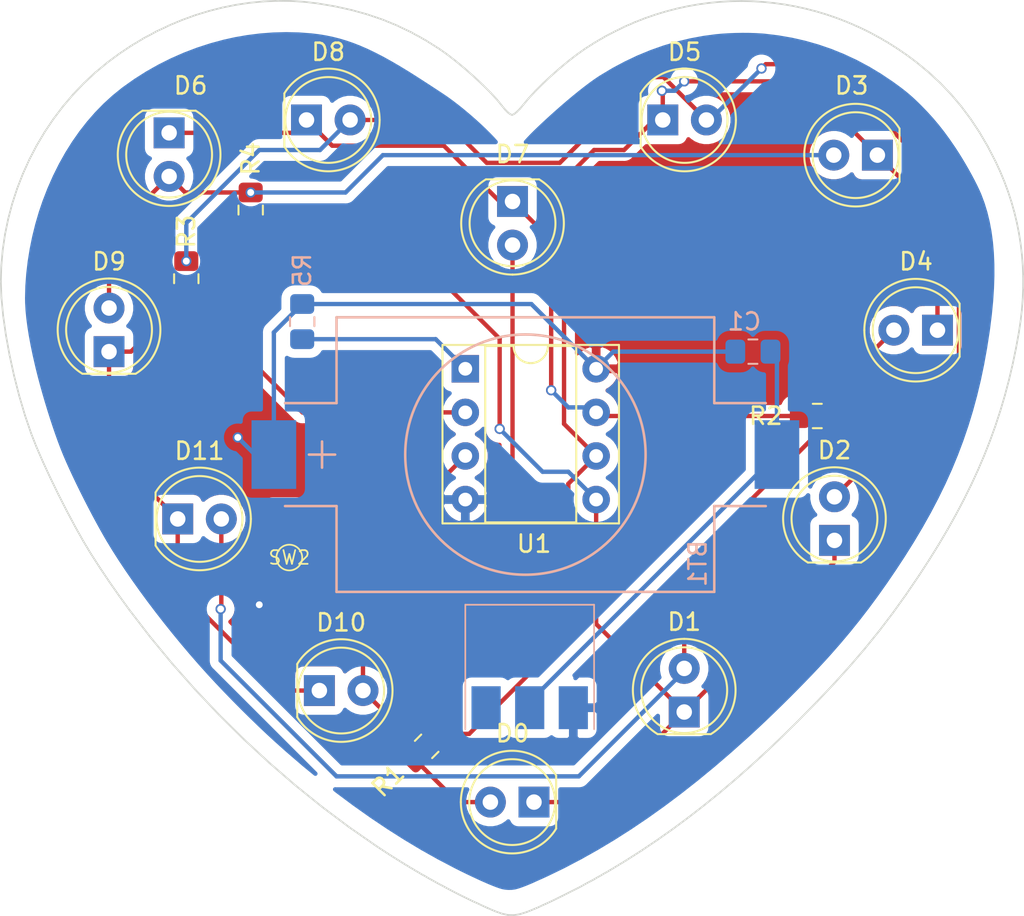
<source format=kicad_pcb>
(kicad_pcb (version 20211014) (generator pcbnew)
  (layers (0 "F.Cu" signal) (31 "B.Cu" signal) (34 "B.Paste" user) (35 "F.Paste" user) (36 "B.SilkS" user "B.Silkscreen") (37 "F.SilkS" user "F.Silkscreen") (38 "B.Mask" user) (39 "F.Mask" user) (44 "Edge.Cuts" user))
  (net 0 "")
  (net 1 "+3V0")
  (net 2 "Net-(BT1-Pad2)")
  (net 3 "Net-(D0-Pad2)")
  (net 4 "/PB0")
  (net 5 "Net-(D1-Pad2)")
  (net 6 "Net-(D2-Pad2)")
  (net 7 "/PB1")
  (net 8 "Net-(D3-Pad2)")
  (net 9 "/PB2")
  (net 10 "/PB3")
  (net 11 "Net-(R5-Pad1)")
  (net 12 "GND")
  (net 13 "Net-(SW2-Pad1)")
  (footprint "LED_THT:LED_D5.0mm" (layer "F.Cu") (at 152.25 120 180)
    (fp_text reference "D0")
    (fp_text value "LED")
  )
  (footprint "LED_THT:LED_D5.0mm" (layer "F.Cu") (at 161 114.75 90)
    (fp_text reference "D1")
    (fp_text value "LED")
  )
  (footprint "LED_THT:LED_D5.0mm" (layer "F.Cu") (at 169.75 104.75 90)
    (fp_text reference "D2")
    (fp_text value "LED")
  )
  (footprint "LED_THT:LED_D5.0mm" (layer "F.Cu") (at 172.25 82.3 180)
    (fp_text reference "D3")
    (fp_text value "LED")
  )
  (footprint "LED_THT:LED_D5.0mm" (layer "F.Cu") (at 175.75 92.5 180)
    (fp_text reference "D4")
    (fp_text value "LED")
  )
  (footprint "LED_THT:LED_D5.0mm" (layer "F.Cu") (at 131 81 -90)
    (fp_text reference "D6")
    (fp_text value "LED")
  )
  (footprint "LED_THT:LED_D5.0mm" (layer "F.Cu") (at 151 85 -90)
    (fp_text reference "D7")
    (fp_text value "LED")
  )
  (footprint "LED_THT:LED_D5.0mm" (layer "F.Cu") (at 127.5 93.75 90)
    (fp_text reference "D9")
    (fp_text value "LED")
  )
  (footprint "LED_THT:LED_D5.0mm" (layer "F.Cu") (at 139.75 113.5)
    (fp_text reference "D10")
    (fp_text value "LED")
  )
  (footprint "LED_THT:LED_D5.0mm" (layer "F.Cu") (at 131.5 103.5)
    (fp_text reference "D11")
    (fp_text value "LED")
  )
  (footprint "Resistor_SMD:R_0805_2012Metric_Pad1.15x1.40mm_HandSolder" (layer "F.Cu") (at 146 116.75 45)
    (fp_text reference "R1")
    (fp_text value "100R")
  )
  (footprint "Resistor_SMD:R_0805_2012Metric_Pad1.15x1.40mm_HandSolder" (layer "F.Cu") (at 168.75 97.5 180)
    (fp_text reference "R2")
    (fp_text value "100R")
  )
  (footprint "Resistor_SMD:R_0805_2012Metric_Pad1.15x1.40mm_HandSolder" (layer "F.Cu") (at 132 89.5 -90)
    (fp_text reference "R3")
    (fp_text value "100R")
  )
  (footprint "Resistor_SMD:R_0805_2012Metric_Pad1.15x1.40mm_HandSolder" (layer "F.Cu") (at 135.75 85.5 -90)
    (fp_text reference "R4")
    (fp_text value "100R")
  )
  (footprint "Package_DIP:DIP-8_W7.62mm_Socket" (layer "F.Cu") (at 148.25 94.75)
    (fp_text reference "U1")
    (fp_text value "ATtiny85-20PU")
  )
  (footprint "Corazon:Taster_SMD_eBay4,5x3mm" (layer "F.Cu") (at 138 105.75 -90)
    (fp_text reference "SW2")
    (fp_text value "BLINKY" hide)
  )
  (footprint "LED_THT:LED_D5.0mm" (layer "F.Cu") (at 139 80.25)
    (fp_text reference "D8")
    (fp_text value "LED")
  )
  (footprint "LED_THT:LED_D5.0mm" (layer "F.Cu") (at 159.75 80.25)
    (fp_text reference "D5")
    (fp_text value "LED")
  )
  (footprint "Corazon:Batteriehalter_CR2032" (layer "B.Cu") (at 151.75 99.75 -90)
    (fp_text reference "BT1")
    (fp_text value "CR2032")
  )
  (footprint "Capacitor_SMD:C_0805_2012Metric_Pad1.15x1.40mm_HandSolder" (layer "B.Cu") (at 165 93.75 180)
    (fp_text reference "C1")
    (fp_text value "100n")
  )
  (footprint "Resistor_SMD:R_0805_2012Metric_Pad1.15x1.40mm_HandSolder" (layer "B.Cu") (at 138.75 92 90)
    (fp_text reference "R5")
    (fp_text value "47K")
  )
  (footprint "Corazon:3Pin_Sensor_SMD" (layer "B.Cu") (at 152 114.5 180)
    (fp_text reference "SW1" hide)
    (fp_text value "SW_SPDT" hide)
  )
  (gr_line (start 144.6846 123.5971) (end 143.8803 123.0932) (layer "Edge.Cuts") (width 0.1))
  (gr_line (start 172.3538 110.0263) (end 171.5318 111.0439) (layer "Edge.Cuts") (width 0.1))
  (gr_line (start 180.7402 89.3816) (end 180.7397 90.0221) (layer "Edge.Cuts") (width 0.1))
  (gr_line (start 173.1414 108.9908) (end 172.3538 110.0263) (layer "Edge.Cuts") (width 0.1))
  (gr_line (start 171.7264 75.10948) (end 172.3065 75.41795) (layer "Edge.Cuts") (width 0.1))
  (gr_line (start 126.9726 106.3501) (end 126.44096 105.5241) (layer "Edge.Cuts") (width 0.1))
  (gr_line (start 153.2594 77.66891) (end 153.7621 77.22661) (layer "Edge.Cuts") (width 0.1))
  (gr_line (start 175.2675 105.8817) (end 174.6783 106.7892) (layer "Edge.Cuts") (width 0.1))
  (gr_line (start 124.5454 102.0619) (end 124.07551 101.0948) (layer "Edge.Cuts") (width 0.1))
  (gr_line (start 121.44199 86.9166) (end 121.62724 86.0148) (layer "Edge.Cuts") (width 0.1))
  (gr_line (start 150.5532 79.631) (end 150.7206 79.80092) (layer "Edge.Cuts") (width 0.1))
  (gr_line (start 177.6814 80.19107) (end 178.1981 80.97229) (layer "Edge.Cuts") (width 0.1))
  (gr_line (start 155.7922 75.73875) (end 156.3659 75.40367) (layer "Edge.Cuts") (width 0.1))
  (gr_line (start 171.1383 74.82542) (end 171.7264 75.10948) (layer "Edge.Cuts") (width 0.1))
  (gr_line (start 139.6636 73.460448) (end 140.6719 73.63243) (layer "Edge.Cuts") (width 0.1))
  (gr_line (start 130.2558 75.09322) (end 131.0054 74.73641) (layer "Edge.Cuts") (width 0.1))
  (gr_line (start 158.737 74.31385) (end 159.3456 74.10391) (layer "Edge.Cuts") (width 0.1))
  (gr_line (start 155.2273 76.09896) (end 155.7922 75.73875) (layer "Edge.Cuts") (width 0.1))
  (gr_line (start 135.6958 73.421254) (end 136.4933 73.344235) (layer "Edge.Cuts") (width 0.1))
  (gr_line (start 160.3517 121.5565) (end 159.4406 122.2009) (layer "Edge.Cuts") (width 0.1))
  (gr_line (start 177.2863 102.3715) (end 176.8303 103.2361) (layer "Edge.Cuts") (width 0.1))
  (gr_line (start 180.5948 87.4871) (end 180.6678 88.1139) (layer "Edge.Cuts") (width 0.1))
  (gr_line (start 150 126.3652) (end 149.5323 126.1653) (layer "Edge.Cuts") (width 0.1))
  (gr_line (start 143.0787 122.5691) (end 141.4868 121.4629) (layer "Edge.Cuts") (width 0.1))
  (gr_line (start 129.5199 75.48802) (end 130.2558 75.09322) (layer "Edge.Cuts") (width 0.1))
  (gr_line (start 134.9 73.5397) (end 135.6958 73.421254) (layer "Edge.Cuts") (width 0.1))
  (gr_line (start 159.3456 74.10391) (end 159.9592 73.91892) (layer "Edge.Cuts") (width 0.1))
  (gr_line (start 143.4275 74.39933) (end 144.2791 74.74723) (layer "Edge.Cuts") (width 0.1))
  (gr_line (start 180.4974 86.8653) (end 180.5948 87.4871) (layer "Edge.Cuts") (width 0.1))
  (gr_line (start 151.631 79.35954) (end 151.9469 78.97948) (layer "Edge.Cuts") (width 0.1))
  (gr_line (start 171.5318 111.0439) (end 170.6591 112.0632) (layer "Edge.Cuts") (width 0.1))
  (gr_line (start 163.0806 73.367264) (end 163.7112 73.331422) (layer "Edge.Cuts") (width 0.1))
  (gr_line (start 124.07551 101.0948) (end 123.64502 100.1627) (layer "Edge.Cuts") (width 0.1))
  (gr_line (start 126.0369 78.10452) (end 126.70658 77.47986) (layer "Edge.Cuts") (width 0.1))
  (gr_line (start 121.19961 89.6723) (end 121.22696 88.7478) (layer "Edge.Cuts") (width 0.1))
  (gr_line (start 135.3669 116.3544) (end 133.9259 114.9305) (layer "Edge.Cuts") (width 0.1))
  (gr_line (start 175.2471 77.48094) (end 175.9145 78.10091) (layer "Edge.Cuts") (width 0.1))
  (gr_line (start 150.7206 79.80092) (end 150.8678 79.91541) (layer "Edge.Cuts") (width 0.1))
  (gr_line (start 178.4732 99.7958) (end 178.1068 100.6539) (layer "Edge.Cuts") (width 0.1))
  (gr_line (start 138.3666 119.0358) (end 136.849 117.7245) (layer "Edge.Cuts") (width 0.1))
  (gr_line (start 122.97781 98.5572) (end 122.60811 97.475) (layer "Edge.Cuts") (width 0.1))
  (gr_line (start 123.27283 99.3043) (end 122.97781 98.5572) (layer "Edge.Cuts") (width 0.1))
  (gr_line (start 136.4933 73.344235) (end 137.2905 73.309167) (layer "Edge.Cuts") (width 0.1))
  (gr_line (start 172.8785 75.75082) (end 173.4412 76.10806) (layer "Edge.Cuts") (width 0.1))
  (gr_line (start 168.1045 73.77245) (end 168.7217 73.93399) (layer "Edge.Cuts") (width 0.1))
  (gr_line (start 169.3343 74.12008) (end 169.9416 74.33071) (layer "Edge.Cuts") (width 0.1))
  (gr_line (start 146.2992 124.5424) (end 145.4911 124.0805) (layer "Edge.Cuts") (width 0.1))
  (gr_line (start 180.7146 90.6669) (end 180.6649 91.3153) (layer "Edge.Cuts") (width 0.1))
  (gr_line (start 180.6678 88.1139) (end 180.7164 88.7455) (layer "Edge.Cuts") (width 0.1))
  (gr_line (start 154.8254 124.999) (end 153.8871 125.4762) (layer "Edge.Cuts") (width 0.1))
  (gr_line (start 131.1881 111.9401) (end 129.9022 110.3832) (layer "Edge.Cuts") (width 0.1))
  (gr_line (start 154.763 76.42624) (end 155.2273 76.09896) (layer "Edge.Cuts") (width 0.1))
  (gr_line (start 175.822 104.9887) (end 175.2675 105.8817) (layer "Edge.Cuts") (width 0.1))
  (gr_line (start 129.9022 110.3832) (end 128.6788 108.7918) (layer "Edge.Cuts") (width 0.1))
  (gr_line (start 163.972 118.6845) (end 163.0694 119.4474) (layer "Edge.Cuts") (width 0.1))
  (gr_line (start 162.1657 120.1799) (end 161.2599 120.8829) (layer "Edge.Cuts") (width 0.1))
  (gr_line (start 141.6308 73.8445) (end 142.547 74.09928) (layer "Edge.Cuts") (width 0.1))
  (gr_line (start 159.9592 73.91892) (end 160.5773 73.75884) (layer "Edge.Cuts") (width 0.1))
  (gr_line (start 169.7197 113.1037) (end 168.6975 114.1847) (layer "Edge.Cuts") (width 0.1))
  (gr_line (start 164.8733 117.8914) (end 163.972 118.6845) (layer "Edge.Cuts") (width 0.1))
  (gr_line (start 150.7391 126.5793) (end 150.3915 126.5039) (layer "Edge.Cuts") (width 0.1))
  (gr_line (start 148.2397 77.27251) (end 148.7637 77.7349) (layer "Edge.Cuts") (width 0.1))
  (gr_line (start 180.3755 86.2489) (end 180.4974 86.8653) (layer "Edge.Cuts") (width 0.1))
  (gr_line (start 150.3849 79.42317) (end 150.5532 79.631) (layer "Edge.Cuts") (width 0.1))
  (gr_line (start 132.5311 113.4573) (end 131.1881 111.9401) (layer "Edge.Cuts") (width 0.1))
  (gr_line (start 150.0941 79.06472) (end 150.3849 79.42317) (layer "Edge.Cuts") (width 0.1))
  (gr_line (start 128.6788 108.7918) (end 128.09217 107.9845) (layer "Edge.Cuts") (width 0.1))
  (gr_line (start 128.09217 107.9845) (end 127.52322 107.1705) (layer "Edge.Cuts") (width 0.1))
  (gr_line (start 150.8678 79.91541) (end 150.9751 79.95696) (layer "Edge.Cuts") (width 0.1))
  (gr_line (start 149.2618 78.20088) (end 149.7126 78.65073) (layer "Edge.Cuts") (width 0.1))
  (gr_line (start 124.81246 79.46478) (end 125.40512 78.76702) (layer "Edge.Cuts") (width 0.1))
  (gr_line (start 128.7997 75.92033) (end 129.5199 75.48802) (layer "Edge.Cuts") (width 0.1))
  (gr_line (start 121.70563 93.9496) (end 121.49289 92.7774) (layer "Edge.Cuts") (width 0.1))
  (gr_line (start 168.6975 114.1847) (end 167.5761 115.3255) (layer "Edge.Cuts") (width 0.1))
  (gr_line (start 180.4914 92.6229) (end 180.3187 93.5725) (layer "Edge.Cuts") (width 0.1))
  (gr_line (start 141.4868 121.4629) (end 139.9143 120.2835) (layer "Edge.Cuts") (width 0.1))
  (gr_line (start 180.1251 94.5021) (end 179.9099 95.4141) (layer "Edge.Cuts") (width 0.1))
  (gr_line (start 149.7126 78.65073) (end 150.0941 79.06472) (layer "Edge.Cuts") (width 0.1))
  (gr_line (start 140.6719 73.63243) (end 141.6308 73.8445) (layer "Edge.Cuts") (width 0.1))
  (gr_line (start 149.5323 126.1653) (end 149.5323 126.1653) (layer "Edge.Cuts") (width 0.1))
  (gr_line (start 121.23413 90.6099) (end 121.19961 89.6723) (layer "Edge.Cuts") (width 0.1))
  (gr_line (start 122.47912 83.3949) (end 122.85771 82.5584) (layer "Edge.Cuts") (width 0.1))
  (gr_line (start 179.4015 83.2546) (end 179.6448 83.841) (layer "Edge.Cuts") (width 0.1))
  (gr_line (start 123.74946 80.95618) (end 124.26018 80.19534) (layer "Edge.Cuts") (width 0.1))
  (gr_line (start 179.6448 83.841) (end 179.864 84.4338) (layer "Edge.Cuts") (width 0.1))
  (gr_line (start 176.5415 78.7577) (end 177.1299 79.45365) (layer "Edge.Cuts") (width 0.1))
  (gr_line (start 144.2791 74.74723) (end 145.1089 75.14559) (layer "Edge.Cuts") (width 0.1))
  (gr_line (start 180.7397 90.0221) (end 180.7146 90.6669) (layer "Edge.Cuts") (width 0.1))
  (gr_line (start 122.269 96.3272) (end 121.96626 95.1425) (layer "Edge.Cuts") (width 0.1))
  (gr_line (start 178.1981 80.97229) (end 178.6817 81.79943) (layer "Edge.Cuts") (width 0.1))
  (gr_line (start 177.7114 101.5117) (end 177.2863 102.3715) (layer "Edge.Cuts") (width 0.1))
  (gr_line (start 124.26018 80.19534) (end 124.81246 79.46478) (layer "Edge.Cuts") (width 0.1))
  (gr_line (start 161.824 73.51336) (end 162.4515 73.42791) (layer "Edge.Cuts") (width 0.1))
  (gr_line (start 176.8303 103.2361) (end 176.3425 104.1076) (layer "Edge.Cuts") (width 0.1))
  (gr_line (start 145.9237 75.59701) (end 146.7307 76.10406) (layer "Edge.Cuts") (width 0.1))
  (gr_line (start 121.96626 95.1425) (end 121.70563 93.9496) (layer "Edge.Cuts") (width 0.1))
  (gr_line (start 123.64502 100.1627) (end 123.27283 99.3043) (layer "Edge.Cuts") (width 0.1))
  (gr_line (start 133.3199 73.89898) (end 134.1075 73.69911) (layer "Edge.Cuts") (width 0.1))
  (gr_line (start 156.948 75.09366) (end 157.5376 74.80871) (layer "Edge.Cuts") (width 0.1))
  (gr_line (start 125.40512 78.76702) (end 126.0369 78.10452) (layer "Edge.Cuts") (width 0.1))
  (gr_line (start 169.9416 74.33071) (end 170.5432 74.56584) (layer "Edge.Cuts") (width 0.1))
  (gr_line (start 147.1079 124.9825) (end 146.2992 124.5424) (layer "Edge.Cuts") (width 0.1))
  (gr_line (start 166.2323 73.435428) (end 166.8593 73.52315) (layer "Edge.Cuts") (width 0.1))
  (gr_line (start 164.9732 73.333994) (end 165.6034 73.37236) (layer "Edge.Cuts") (width 0.1))
  (gr_line (start 133.9259 114.9305) (end 132.5311 113.4573) (layer "Edge.Cuts") (width 0.1))
  (gr_line (start 152.7781 78.11876) (end 153.2594 77.66891) (layer "Edge.Cuts") (width 0.1))
  (gr_line (start 125.52778 103.9505) (end 125.0358 103.0266) (layer "Edge.Cuts") (width 0.1))
  (gr_line (start 137.2905 73.309167) (end 138.0859 73.316514) (layer "Edge.Cuts") (width 0.1))
  (gr_line (start 180.2294 85.638) (end 180.3755 86.2489) (layer "Edge.Cuts") (width 0.1))
  (gr_line (start 176.3425 104.1076) (end 175.822 104.9887) (layer "Edge.Cuts") (width 0.1))
  (gr_line (start 151.8393 126.4028) (end 151.4309 126.531) (layer "Edge.Cuts") (width 0.1))
  (gr_line (start 180.0589 85.0329) (end 180.2294 85.638) (layer "Edge.Cuts") (width 0.1))
  (gr_line (start 153.8871 125.4762) (end 152.9427 125.9268) (layer "Edge.Cuts") (width 0.1))
  (gr_line (start 165.774 117.0674) (end 164.8733 117.8914) (layer "Edge.Cuts") (width 0.1))
  (gr_line (start 145.4911 124.0805) (end 144.6846 123.5971) (layer "Edge.Cuts") (width 0.1))
  (gr_line (start 152.3349 78.56075) (end 152.7781 78.11876) (layer "Edge.Cuts") (width 0.1))
  (gr_line (start 122.85771 82.5584) (end 123.28157 81.74473) (layer "Edge.Cuts") (width 0.1))
  (gr_line (start 121.86266 85.1255) (end 122.14702 84.2514) (layer "Edge.Cuts") (width 0.1))
  (gr_line (start 156.6854 123.9633) (end 155.7581 124.4948) (layer "Edge.Cuts") (width 0.1))
  (gr_line (start 159.4406 122.2009) (end 158.5263 122.8166) (layer "Edge.Cuts") (width 0.1))
  (gr_line (start 131.0054 74.73641) (end 131.7672 74.41812) (layer "Edge.Cuts") (width 0.1))
  (gr_line (start 178.6817 81.79943) (end 179.1339 82.675) (layer "Edge.Cuts") (width 0.1))
  (gr_line (start 151.0748 126.5891) (end 150.7391 126.5793) (layer "Edge.Cuts") (width 0.1))
  (gr_line (start 178.8121 98.935) (end 178.4732 99.7958) (layer "Edge.Cuts") (width 0.1))
  (gr_line (start 150.9751 79.95696) (end 151.0878 79.90921) (layer "Edge.Cuts") (width 0.1))
  (gr_line (start 162.4515 73.42791) (end 163.0806 73.367264) (layer "Edge.Cuts") (width 0.1))
  (gr_line (start 155.7581 124.4948) (end 154.8254 124.999) (layer "Edge.Cuts") (width 0.1))
  (gr_line (start 121.22696 88.7478) (end 121.30816 87.8285) (layer "Edge.Cuts") (width 0.1))
  (gr_line (start 151.4372 79.59093) (end 151.631 79.35954) (layer "Edge.Cuts") (width 0.1))
  (gr_line (start 139.9143 120.2835) (end 138.3666 119.0358) (layer "Edge.Cuts") (width 0.1))
  (gr_line (start 128.09678 76.38967) (end 128.7997 75.92033) (layer "Edge.Cuts") (width 0.1))
  (gr_line (start 126.00247 104.7956) (end 125.52778 103.9505) (layer "Edge.Cuts") (width 0.1))
  (gr_line (start 121.30816 87.8285) (end 121.44199 86.9166) (layer "Edge.Cuts") (width 0.1))
  (gr_line (start 166.8593 73.52315) (end 167.4836 73.63549) (layer "Edge.Cuts") (width 0.1))
  (gr_line (start 166.6749 116.2121) (end 165.774 117.0674) (layer "Edge.Cuts") (width 0.1))
  (gr_line (start 174.5374 76.89554) (end 175.2471 77.48094) (layer "Edge.Cuts") (width 0.1))
  (gr_line (start 179.4105 97.195) (end 179.1243 98.0689) (layer "Edge.Cuts") (width 0.1))
  (gr_line (start 158.5263 122.8166) (end 157.6079 123.4039) (layer "Edge.Cuts") (width 0.1))
  (gr_line (start 163.0694 119.4474) (end 162.1657 120.1799) (layer "Edge.Cuts") (width 0.1))
  (gr_line (start 151.0878 79.90921) (end 151.2489 79.78067) (layer "Edge.Cuts") (width 0.1))
  (gr_line (start 145.1089 75.14559) (end 145.9237 75.59701) (layer "Edge.Cuts") (width 0.1))
  (gr_line (start 160.5773 73.75884) (end 161.1991 73.62367) (layer "Edge.Cuts") (width 0.1))
  (gr_line (start 170.6591 112.0632) (end 169.7197 113.1037) (layer "Edge.Cuts") (width 0.1))
  (gr_line (start 122.14702 84.2514) (end 122.47912 83.3949) (layer "Edge.Cuts") (width 0.1))
  (gr_line (start 179.6722 96.3108) (end 179.4105 97.195) (layer "Edge.Cuts") (width 0.1))
  (gr_line (start 121.3338 91.6545) (end 121.23413 90.6099) (layer "Edge.Cuts") (width 0.1))
  (gr_line (start 147.7118 76.83343) (end 148.2397 77.27251) (layer "Edge.Cuts") (width 0.1))
  (gr_line (start 154.2689 76.80725) (end 154.763 76.42624) (layer "Edge.Cuts") (width 0.1))
  (gr_line (start 168.7217 73.93399) (end 169.3343 74.12008) (layer "Edge.Cuts") (width 0.1))
  (gr_line (start 173.9109 107.9184) (end 173.1414 108.9908) (layer "Edge.Cuts") (width 0.1))
  (gr_line (start 153.7621 77.22661) (end 154.2689 76.80725) (layer "Edge.Cuts") (width 0.1))
  (gr_line (start 127.52322 107.1705) (end 126.9726 106.3501) (layer "Edge.Cuts") (width 0.1))
  (gr_line (start 180.6649 91.3153) (end 180.5905 91.9675) (layer "Edge.Cuts") (width 0.1))
  (gr_line (start 148.7251 125.7945) (end 147.9168 125.4001) (layer "Edge.Cuts") (width 0.1))
  (gr_line (start 123.28157 81.74473) (end 123.74946 80.95618) (layer "Edge.Cuts") (width 0.1))
  (gr_line (start 147.9168 125.4001) (end 147.1079 124.9825) (layer "Edge.Cuts") (width 0.1))
  (gr_line (start 173.4412 76.10806) (end 173.9945 76.48963) (layer "Edge.Cuts") (width 0.1))
  (gr_line (start 146.7307 76.10406) (end 147.2015 76.43737) (layer "Edge.Cuts") (width 0.1))
  (gr_line (start 173.9945 76.48963) (end 174.5374 76.89554) (layer "Edge.Cuts") (width 0.1))
  (gr_line (start 174.6783 106.7892) (end 173.9109 107.9184) (layer "Edge.Cuts") (width 0.1))
  (gr_line (start 157.6079 123.4039) (end 156.6854 123.9633) (layer "Edge.Cuts") (width 0.1))
  (gr_line (start 161.1991 73.62367) (end 161.824 73.51336) (layer "Edge.Cuts") (width 0.1))
  (gr_line (start 125.0358 103.0266) (end 124.5454 102.0619) (layer "Edge.Cuts") (width 0.1))
  (gr_line (start 126.44096 105.5241) (end 126.00247 104.7956) (layer "Edge.Cuts") (width 0.1))
  (gr_line (start 161.2599 120.8829) (end 160.3517 121.5565) (layer "Edge.Cuts") (width 0.1))
  (gr_line (start 143.8803 123.0932) (end 143.0787 122.5691) (layer "Edge.Cuts") (width 0.1))
  (gr_line (start 149.5323 126.1653) (end 149.5323 126.1653) (layer "Edge.Cuts") (width 0.1))
  (gr_line (start 164.3423 73.320344) (end 164.9732 73.333994) (layer "Edge.Cuts") (width 0.1))
  (gr_line (start 158.1342 74.54877) (end 158.737 74.31385) (layer "Edge.Cuts") (width 0.1))
  (gr_line (start 151.2489 79.78067) (end 151.4372 79.59093) (layer "Edge.Cuts") (width 0.1))
  (gr_line (start 179.864 84.4338) (end 180.0589 85.0329) (layer "Edge.Cuts") (width 0.1))
  (gr_line (start 179.9099 95.4141) (end 179.6722 96.3108) (layer "Edge.Cuts") (width 0.1))
  (gr_line (start 172.3065 75.41795) (end 172.8785 75.75082) (layer "Edge.Cuts") (width 0.1))
  (gr_line (start 121.62724 86.0148) (end 121.86266 85.1255) (layer "Edge.Cuts") (width 0.1))
  (gr_line (start 156.3659 75.40367) (end 156.948 75.09366) (layer "Edge.Cuts") (width 0.1))
  (gr_line (start 165.6034 73.37236) (end 166.2323 73.435428) (layer "Edge.Cuts") (width 0.1))
  (gr_line (start 170.5432 74.56584) (end 171.1383 74.82542) (layer "Edge.Cuts") (width 0.1))
  (gr_line (start 148.7637 77.7349) (end 149.2618 78.20088) (layer "Edge.Cuts") (width 0.1))
  (gr_line (start 126.70658 77.47986) (end 127.41294 76.89554) (layer "Edge.Cuts") (width 0.1))
  (gr_line (start 131.7672 74.41812) (end 132.5392 74.13881) (layer "Edge.Cuts") (width 0.1))
  (gr_line (start 132.5392 74.13881) (end 133.3199 73.89898) (layer "Edge.Cuts") (width 0.1))
  (gr_line (start 142.547 74.09928) (end 143.4275 74.39933) (layer "Edge.Cuts") (width 0.1))
  (gr_line (start 121.49289 92.7774) (end 121.3338 91.6545) (layer "Edge.Cuts") (width 0.1))
  (gr_line (start 180.3187 93.5725) (end 180.1251 94.5021) (layer "Edge.Cuts") (width 0.1))
  (gr_line (start 134.1075 73.69911) (end 134.9 73.5397) (layer "Edge.Cuts") (width 0.1))
  (gr_line (start 167.5761 115.3255) (end 166.6749 116.2121) (layer "Edge.Cuts") (width 0.1))
  (gr_line (start 157.5376 74.80871) (end 158.1342 74.54877) (layer "Edge.Cuts") (width 0.1))
  (gr_line (start 179.1243 98.0689) (end 178.8121 98.935) (layer "Edge.Cuts") (width 0.1))
  (gr_line (start 150.3915 126.5039) (end 150 126.3652) (layer "Edge.Cuts") (width 0.1))
  (gr_line (start 122.60811 97.475) (end 122.269 96.3272) (layer "Edge.Cuts") (width 0.1))
  (gr_line (start 179.1339 82.675) (end 179.4015 83.2546) (layer "Edge.Cuts") (width 0.1))
  (gr_line (start 136.849 117.7245) (end 135.3669 116.3544) (layer "Edge.Cuts") (width 0.1))
  (gr_line (start 151.9469 78.97948) (end 152.3349 78.56075) (layer "Edge.Cuts") (width 0.1))
  (gr_line (start 138.0859 73.316514) (end 138.8774 73.366769) (layer "Edge.Cuts") (width 0.1))
  (gr_line (start 152.9427 125.9268) (end 152.3326 126.2021) (layer "Edge.Cuts") (width 0.1))
  (gr_line (start 149.5323 126.1653) (end 148.7251 125.7945) (layer "Edge.Cuts") (width 0.1))
  (gr_line (start 177.1299 79.45365) (end 177.6814 80.19107) (layer "Edge.Cuts") (width 0.1))
  (gr_line (start 138.8774 73.366769) (end 139.6636 73.460448) (layer "Edge.Cuts") (width 0.1))
  (gr_line (start 147.2015 76.43737) (end 147.7118 76.83343) (layer "Edge.Cuts") (width 0.1))
  (gr_line (start 175.9145 78.10091) (end 176.5415 78.7577) (layer "Edge.Cuts") (width 0.1))
  (gr_line (start 167.4836 73.63549) (end 168.1045 73.77245) (layer "Edge.Cuts") (width 0.1))
  (gr_line (start 127.41294 76.89554) (end 128.09678 76.38967) (layer "Edge.Cuts") (width 0.1))
  (gr_line (start 180.5905 91.9675) (end 180.4914 92.6229) (layer "Edge.Cuts") (width 0.1))
  (gr_line (start 151.4309 126.531) (end 151.0748 126.5891) (layer "Edge.Cuts") (width 0.1))
  (gr_line (start 180.7164 88.7455) (end 180.7402 89.3816) (layer "Edge.Cuts") (width 0.1))
  (gr_line (start 178.1068 100.6539) (end 177.7114 101.5117) (layer "Edge.Cuts") (width 0.1))
  (gr_line (start 152.3326 126.2021) (end 151.8393 126.4028) (layer "Edge.Cuts") (width 0.1))
  (gr_line (start 163.7112 73.331422) (end 164.3423 73.320344) (layer "Edge.Cuts") (width 0.1))
  (via (at 135 98.75) (size 0.6) (drill 0.4) (layers "F.Cu" "B.Cu") (net 1))
  (segment (start 137.1 99.75) (end 137.1 92.625) (width 0.254) (layer "B.Cu") (net 1))
  (segment (start 152.095 90.975) (end 155.87 94.75) (width 0.254) (layer "B.Cu") (net 1))
  (segment (start 138.75 90.975) (end 152.095 90.975) (width 0.254) (layer "B.Cu") (net 1))
  (segment (start 163.975 93.75) (end 156.87 93.75) (width 0.254) (layer "B.Cu") (net 1))
  (segment (start 156.87 93.75) (end 155.87 94.75) (width 0.254) (layer "B.Cu") (net 1))
  (segment (start 137.1 92.625) (end 138.75 90.975) (width 0.254) (layer "B.Cu") (net 1))
  (segment (start 137.1 99.75) (end 136 99.75) (width 0.254) (layer "B.Cu") (net 1))
  (segment (start 136 99.75) (end 135 98.75) (width 0.254) (layer "B.Cu") (net 1))
  (segment (start 166.4 99.75) (end 166.4 94.125) (width 0.254) (layer "B.Cu") (net 2))
  (segment (start 152 114.15) (end 166.4 99.75) (width 0.254) (layer "B.Cu") (net 2))
  (segment (start 166.4 94.125) (end 166.025 93.75) (width 0.254) (layer "B.Cu") (net 2))
  (segment (start 152 114.5) (end 152 114.15) (width 0.254) (layer "B.Cu") (net 2))
  (segment (start 151 102.75) (end 151 87.54) (width 0.254) (layer "F.Cu") (net 3))
  (segment (start 145.275216 116.485216) (end 145.275216 117.474784) (width 0.254) (layer "F.Cu") (net 3))
  (segment (start 149.71 120) (end 147.800432 120) (width 0.254) (layer "F.Cu") (net 3))
  (segment (start 142.29 111.46) (end 151 102.75) (width 0.254) (layer "F.Cu") (net 3))
  (segment (start 142.29 113.5) (end 142.29 111.46) (width 0.254) (layer "F.Cu") (net 3))
  (segment (start 142.29 113.5) (end 145.275216 116.485216) (width 0.254) (layer "F.Cu") (net 3))
  (segment (start 147.800432 120) (end 145.275216 117.474784) (width 0.254) (layer "F.Cu") (net 3))
  (segment (start 169.75 106) (end 169.75 104.75) (width 0.254) (layer "F.Cu") (net 4))
  (segment (start 155.87 109.62) (end 155.87 102.37) (width 0.254) (layer "F.Cu") (net 4))
  (segment (start 152.25 120) (end 155.75 120) (width 0.254) (layer "F.Cu") (net 4))
  (segment (start 161 114.75) (end 155.87 109.62) (width 0.254) (layer "F.Cu") (net 4))
  (segment (start 135.75 86.525) (end 143.775 86.525) (width 0.254) (layer "F.Cu") (net 4))
  (segment (start 155.75 120) (end 161 114.75) (width 0.254) (layer "F.Cu") (net 4))
  (segment (start 143.775 86.525) (end 150.25 93) (width 0.254) (layer "F.Cu") (net 4))
  (segment (start 150.25 93) (end 150.25 98.25) (width 0.254) (layer "F.Cu") (net 4))
  (segment (start 161 114.75) (end 169.75 106) (width 0.254) (layer "F.Cu") (net 4))
  (via (at 150.25 98.25) (size 0.6) (drill 0.4) (layers "F.Cu" "B.Cu") (net 4))
  (segment (start 150.25 98.25) (end 152.75 100.75) (width 0.254) (layer "B.Cu") (net 4))
  (segment (start 152.75 100.75) (end 154.25 100.75) (width 0.254) (layer "B.Cu") (net 4))
  (segment (start 154.25 100.75) (end 155.87 102.37) (width 0.254) (layer "B.Cu") (net 4))
  (segment (start 161 112.21) (end 161 106.275) (width 0.254) (layer "F.Cu") (net 5))
  (segment (start 169.775 95.935) (end 173.21 92.5) (width 0.254) (layer "F.Cu") (net 5))
  (segment (start 161 106.275) (end 169.775 97.5) (width 0.254) (layer "F.Cu") (net 5))
  (segment (start 169.775 97.5) (end 169.775 95.935) (width 0.254) (layer "F.Cu") (net 5))
  (segment (start 134.04 103.5) (end 134.04 108.71) (width 0.254) (layer "F.Cu") (net 5))
  (segment (start 134.04 108.71) (end 134 108.75) (width 0.254) (layer "F.Cu") (net 5))
  (via (at 134 108.75) (size 0.6) (drill 0.4) (layers "F.Cu" "B.Cu") (net 5))
  (segment (start 134 111.75) (end 140.75 118.5) (width 0.254) (layer "B.Cu") (net 5))
  (segment (start 161 112.361398) (end 161 112.21) (width 0.254) (layer "B.Cu") (net 5))
  (segment (start 134 108.75) (end 134 111.75) (width 0.254) (layer "B.Cu") (net 5))
  (segment (start 140.75 118.5) (end 154.861398 118.5) (width 0.254) (layer "B.Cu") (net 5))
  (segment (start 154.861398 118.5) (end 161 112.361398) (width 0.254) (layer "B.Cu") (net 5))
  (segment (start 141.54 80.25) (end 147 80.25) (width 0.254) (layer "F.Cu") (net 6))
  (segment (start 177 94.96) (end 177 85.25) (width 0.254) (layer "F.Cu") (net 6))
  (segment (start 169.75 102.21) (end 177 94.96) (width 0.254) (layer "F.Cu") (net 6))
  (segment (start 165.75 77) (end 165.5 77.25) (width 0.254) (layer "F.Cu") (net 6))
  (segment (start 147 80.25) (end 149.5 82.75) (width 0.254) (layer "F.Cu") (net 6))
  (segment (start 177 84.75) (end 169.25 77) (width 0.254) (layer "F.Cu") (net 6))
  (segment (start 159.79 77.75) (end 162.29 80.25) (width 0.254) (layer "F.Cu") (net 6))
  (segment (start 149.5 82.75) (end 153.75 82.75) (width 0.254) (layer "F.Cu") (net 6))
  (segment (start 158.75 77.75) (end 159.79 77.75) (width 0.254) (layer "F.Cu") (net 6))
  (segment (start 153.75 82.75) (end 158.75 77.75) (width 0.254) (layer "F.Cu") (net 6))
  (segment (start 177 85.25) (end 177 84.75) (width 0.254) (layer "F.Cu") (net 6))
  (segment (start 169.25 77) (end 165.75 77) (width 0.254) (layer "F.Cu") (net 6))
  (via (at 132 88.475) (size 0.6) (drill 0.4) (layers "F.Cu" "B.Cu") (net 6))
  (via (at 165.5 77.25) (size 0.6) (drill 0.4) (layers "F.Cu" "B.Cu") (net 6))
  (segment (start 165.5 77.25) (end 162.5 80.25) (width 0.254) (layer "B.Cu") (net 6))
  (segment (start 132 86.25) (end 132 88.475) (width 0.254) (layer "B.Cu") (net 6))
  (segment (start 141.54 80.25) (end 139.79 82) (width 0.254) (layer "B.Cu") (net 6))
  (segment (start 136.25 82) (end 132 86.25) (width 0.254) (layer "B.Cu") (net 6))
  (segment (start 139.79 82) (end 136.25 82) (width 0.254) (layer "B.Cu") (net 6))
  (segment (start 162.5 80.25) (end 162.29 80.25) (width 0.254) (layer "B.Cu") (net 6))
  (segment (start 154 83.75) (end 154 97.96) (width 0.254) (layer "F.Cu") (net 7))
  (segment (start 159.75 80.25) (end 159.75 78.596712) (width 0.254) (layer "F.Cu") (net 7))
  (segment (start 155.75 82) (end 154 83.75) (width 0.254) (layer "F.Cu") (net 7))
  (segment (start 148.474784 116.025216) (end 154.25 110.25) (width 0.254) (layer "F.Cu") (net 7))
  (segment (start 159.75 78.596712) (end 159.701644 78.548356) (width 0.254) (layer "F.Cu") (net 7))
  (segment (start 157.5 82) (end 155.75 82) (width 0.254) (layer "F.Cu") (net 7))
  (segment (start 159.75 80.25) (end 159.25 80.25) (width 0.254) (layer "F.Cu") (net 7))
  (segment (start 167.95 78) (end 172.25 82.3) (width 0.254) (layer "F.Cu") (net 7))
  (segment (start 146.724784 116.025216) (end 148.474784 116.025216) (width 0.254) (layer "F.Cu") (net 7))
  (segment (start 175.75 85.8) (end 172.25 82.3) (width 0.254) (layer "F.Cu") (net 7))
  (segment (start 159.25 80.25) (end 157.5 82) (width 0.254) (layer "F.Cu") (net 7))
  (segment (start 154.25 101.45) (end 155.87 99.83) (width 0.254) (layer "F.Cu") (net 7))
  (segment (start 161 78) (end 167.95 78) (width 0.254) (layer "F.Cu") (net 7))
  (segment (start 175.75 92.5) (end 175.75 85.8) (width 0.254) (layer "F.Cu") (net 7))
  (segment (start 154.25 110.25) (end 154.25 101.45) (width 0.254) (layer "F.Cu") (net 7))
  (segment (start 154 97.96) (end 155.87 99.83) (width 0.254) (layer "F.Cu") (net 7))
  (via (at 161 78) (size 0.6) (drill 0.4) (layers "F.Cu" "B.Cu") (net 7))
  (via (at 159.701644 78.548356) (size 0.6) (drill 0.4) (layers "F.Cu" "B.Cu") (net 7))
  (segment (start 160.451644 78.548356) (end 161 78) (width 0.254) (layer "B.Cu") (net 7))
  (segment (start 159.701644 78.548356) (end 160.451644 78.548356) (width 0.254) (layer "B.Cu") (net 7))
  (segment (start 135.75 84.475) (end 131.935 84.475) (width 0.254) (layer "F.Cu") (net 8))
  (segment (start 131.935 84.475) (end 131 83.54) (width 0.254) (layer "F.Cu") (net 8))
  (segment (start 127.5 87.04) (end 131 83.54) (width 0.254) (layer "F.Cu") (net 8))
  (segment (start 127.5 91.21) (end 127.5 87.04) (width 0.254) (layer "F.Cu") (net 8))
  (via (at 135.75 84.475) (size 0.6) (drill 0.4) (layers "F.Cu" "B.Cu") (net 8))
  (segment (start 143.45 82.3) (end 141.275 84.475) (width 0.254) (layer "B.Cu") (net 8))
  (segment (start 169.71 82.3) (end 143.45 82.3) (width 0.254) (layer "B.Cu") (net 8))
  (segment (start 141.275 84.475) (end 135.75 84.475) (width 0.254) (layer "B.Cu") (net 8))
  (segment (start 150.25 85) (end 147 81.75) (width 0.254) (layer "F.Cu") (net 9))
  (segment (start 153.25 87.25) (end 153.25 96) (width 0.254) (layer "F.Cu") (net 9))
  (segment (start 151 85) (end 150.25 85) (width 0.254) (layer "F.Cu") (net 9))
  (segment (start 138.25 81) (end 139 80.25) (width 0.254) (layer "F.Cu") (net 9))
  (segment (start 131 81) (end 138.25 81) (width 0.254) (layer "F.Cu") (net 9))
  (segment (start 140.5 81.75) (end 139 80.25) (width 0.254) (layer "F.Cu") (net 9))
  (segment (start 167.725 97.5) (end 156.08 97.5) (width 0.254) (layer "F.Cu") (net 9))
  (segment (start 147 81.75) (end 140.5 81.75) (width 0.254) (layer "F.Cu") (net 9))
  (segment (start 151 85) (end 153.25 87.25) (width 0.254) (layer "F.Cu") (net 9))
  (segment (start 156.08 97.5) (end 155.87 97.29) (width 0.254) (layer "F.Cu") (net 9))
  (via (at 153.25 96) (size 0.6) (drill 0.4) (layers "F.Cu" "B.Cu") (net 9))
  (segment (start 153.25 96) (end 154.25 97) (width 0.254) (layer "B.Cu") (net 9))
  (segment (start 154.25 97) (end 155.58 97) (width 0.254) (layer "B.Cu") (net 9))
  (segment (start 155.58 97) (end 155.87 97.29) (width 0.254) (layer "B.Cu") (net 9))
  (segment (start 131.5 107.5) (end 131.5 103.5) (width 0.254) (layer "F.Cu") (net 10))
  (segment (start 138.765 97.29) (end 132 90.525) (width 0.254) (layer "F.Cu") (net 10))
  (segment (start 148.25 97.29) (end 138.765 97.29) (width 0.254) (layer "F.Cu") (net 10))
  (segment (start 128.775 93.75) (end 132 90.525) (width 0.254) (layer "F.Cu") (net 10))
  (segment (start 137.5 113.5) (end 131.5 107.5) (width 0.254) (layer "F.Cu") (net 10))
  (segment (start 127.5 93.75) (end 128.775 93.75) (width 0.254) (layer "F.Cu") (net 10))
  (segment (start 127.5 99.5) (end 131.5 103.5) (width 0.254) (layer "F.Cu") (net 10))
  (segment (start 139.75 113.5) (end 137.5 113.5) (width 0.254) (layer "F.Cu") (net 10))
  (segment (start 127.5 93.75) (end 127.5 99.5) (width 0.254) (layer "F.Cu") (net 10))
  (segment (start 146.525 93.025) (end 148.25 94.75) (width 0.254) (layer "B.Cu") (net 11))
  (segment (start 138.75 93.025) (end 146.525 93.025) (width 0.254) (layer "B.Cu") (net 11))
  (segment (start 138 107.75) (end 137 107.75) (width 0.254) (layer "F.Cu") (net 12))
  (segment (start 137 107.75) (end 136.25 108.5) (width 0.254) (layer "F.Cu") (net 12))
  (via (at 136.25 108.5) (size 0.6) (drill 0.4) (layers "F.Cu" "B.Cu") (net 12))
  (segment (start 144.33 103.75) (end 148.25 99.83) (width 0.254) (layer "F.Cu") (net 13))
  (segment (start 138 103.75) (end 144.33 103.75) (width 0.254) (layer "F.Cu") (net 13))
  (zone (net 1) (net_name "+3V0") (layer "F.Cu") (connect_pads (clearance 0.508)) (min_thickness 0.254) (fill yes (thermal_gap 0.508) (thermal_bridge_width 0.508))
    (polygon (pts (xy 138.54567 75.145221) (xy 139.268126 75.198887) (xy 139.295227 75.201659) (xy 139.710572 75.252381) (xy 140.117547 75.318439) (xy 140.519246 75.401061) (xy 140.918767 75.501476) (xy 141.319203 75.620913) (xy 141.72365 75.760599) (xy 142.135203 75.921765) (xy 142.556957 76.105637) (xy 142.992008 76.313445) (xy 143.44345 76.546416) (xy 143.91438 76.805781) (xy 144.407892 77.092766) (xy 144.927081 77.408601) (xy 145.052561 77.486772) (xy 145.189669 77.573117) (xy 145.348091 77.673861) (xy 145.5233 77.786049) (xy 145.710771 77.906729) (xy 145.905977 78.032949) (xy 146.10439 78.161754) (xy 146.301486 78.290192) (xy 146.492737 78.41531) (xy 146.673616 78.534155) (xy 146.839599 78.643773) (xy 146.986157 78.741213) (xy 147.108765 78.82352) (xy 147.202896 78.887742) (xy 147.243311 78.916002) (xy 147.556637 79.145096) (xy 147.877761 79.39237) (xy 148.202127 79.653709) (xy 148.525181 79.924998) (xy 148.842369 80.202122) (xy 149.149135 80.480967) (xy 149.440925 80.757419) (xy 149.713185 81.027362) (xy 149.96136 81.286682) (xy 150.180895 81.531265) (xy 150.313719 81.689807) (xy 150.46391 81.867588) (xy 150.596069 82.007672) (xy 150.710609 82.110469) (xy 150.807946 82.176384) (xy 150.809437 82.177178) (xy 150.901046 82.225777) (xy 150.990594 82.166518) (xy 151.062946 82.114785) (xy 151.136781 82.053263) (xy 151.217154 81.976946) (xy 151.309124 81.880829) (xy 151.41775 81.759905) (xy 151.51661 81.64594) (xy 151.684186 81.454814) (xy 151.857051 81.266308) (xy 152.04106 81.074417) (xy 152.242065 80.873136) (xy 152.465923 80.656463) (xy 152.661977 80.471207) (xy 153.040079 80.121218) (xy 153.415492 79.781878) (xy 153.785499 79.455419) (xy 154.147379 79.144073) (xy 154.498415 78.850072) (xy 154.835887 78.575649) (xy 155.157077 78.323035) (xy 155.459266 78.094462) (xy 155.739735 77.892162) (xy 155.995765 77.718367) (xy 156.085903 77.660377) (xy 156.803203 77.230421) (xy 157.53232 76.840209) (xy 158.27247 76.490022) (xy 159.022869 76.18014) (xy 159.782732 75.910845) (xy 160.551275 75.682416) (xy 161.327713 75.495135) (xy 162.111263 75.349282) (xy 162.811394 75.254828) (xy 163.180467 75.220141) (xy 163.57386 75.194658) (xy 163.981373 75.178498) (xy 164.392808 75.171777) (xy 164.797968 75.174613) (xy 165.186655 75.187122) (xy 165.548669 75.209423) (xy 165.690061 75.221714) (xy 166.493455 75.319183) (xy 167.283937 75.456968) (xy 168.061504 75.635067) (xy 168.82615 75.853479) (xy 169.577872 76.112201) (xy 170.316666 76.411233) (xy 171.042526 76.750572) (xy 171.755449 77.130218) (xy 172.455431 77.550168) (xy 173.142467 78.01042) (xy 173.542894 78.301733) (xy 173.756604 78.464414) (xy 173.948743 78.616706) (xy 174.12804 78.766218) (xy 174.303223 78.920558) (xy 174.483021 79.087334) (xy 174.676162 79.274154) (xy 174.803967 79.400914) (xy 175.162466 79.770512) (xy 175.500462 80.143274) (xy 175.823873 80.526519) (xy 176.138614 80.927567) (xy 176.450604 81.353738) (xy 176.765759 81.812353) (xy 176.823958 81.89994) (xy 177.014666 82.195055) (xy 177.206175 82.504137) (xy 177.395262 82.821336) (xy 177.578701 83.140798) (xy 177.753269 83.456671) (xy 177.915741 83.763102) (xy 178.062894 84.054238) (xy 178.191502 84.324227) (xy 178.298342 84.567216) (xy 178.313158 84.603095) (xy 178.499443 85.103119) (xy 178.659328 85.627776) (xy 178.792861 86.177856) (xy 178.900089 86.75415) (xy 178.981059 87.35745) (xy 179.035819 87.988545) (xy 179.064415 88.648228) (xy 179.066896 89.337289) (xy 179.043308 90.056519) (xy 178.993698 90.80671) (xy 178.918115 91.588652) (xy 178.816605 92.403137) (xy 178.790463 92.589107) (xy 178.638882 93.563449) (xy 178.466968 94.510384) (xy 178.273515 95.432982) (xy 178.057319 96.334315) (xy 177.817175 97.217451) (xy 177.551877 98.085463) (xy 177.260221 98.94142) (xy 176.941001 99.788393) (xy 176.593012 100.629452) (xy 176.215049 101.467667) (xy 175.805907 102.30611) (xy 175.364381 103.147851) (xy 174.889266 103.995959) (xy 174.379357 104.853506) (xy 173.833448 105.723562) (xy 173.340755 106.47444) (xy 172.807425 107.257397) (xy 172.277843 108.005113) (xy 171.747214 108.723812) (xy 171.210748 109.419716) (xy 170.66365 110.099047) (xy 170.101129 110.768029) (xy 169.542816 111.405543) (xy 169.201859 111.782264) (xy 168.832069 112.18114) (xy 168.437695 112.597911) (xy 168.022985 113.02832) (xy 167.59219 113.468107) (xy 167.149559 113.913014) (xy 166.699339 114.358781) (xy 166.245781 114.80115) (xy 165.793134 115.235862) (xy 165.345646 115.658658) (xy 164.907567 116.065279) (xy 164.746904 116.212428) (xy 163.753829 117.101144) (xy 162.767518 117.948877) (xy 161.787019 118.756268) (xy 160.811384 119.52396) (xy 159.839663 120.252593) (xy 158.870906 120.94281) (xy 157.904164 121.595252) (xy 156.938488 122.210561) (xy 155.972929 122.789378) (xy 155.006535 123.332346) (xy 154.038359 123.840106) (xy 153.067451 124.3133) (xy 152.141987 124.731274) (xy 151.855939 124.851689) (xy 151.60419 124.949536) (xy 151.387103 125.024684) (xy 151.205043 125.077003) (xy 151.14378 125.091154) (xy 150.958434 125.116344) (xy 150.754933 125.120082) (xy 150.551326 125.102855) (xy 150.386561 125.070781) (xy 150.233618 125.025338) (xy 150.046211 124.959673) (xy 149.826527 124.874752) (xy 149.576754 124.771537) (xy 149.299077 124.650994) (xy 148.995683 124.514087) (xy 148.668761 124.361779) (xy 148.320496 124.195035) (xy 147.953076 124.01482) (xy 147.666644 123.871593) (xy 146.680644 123.355706) (xy 145.689327 122.799471) (xy 144.694624 122.204245) (xy 143.698468 121.571388) (xy 142.70279 120.902258) (xy 141.709525 120.198213) (xy 140.720603 119.460614) (xy 139.737957 118.690818) (xy 138.76352 117.890184) (xy 137.799223 117.060072) (xy 137.136909 116.467296) (xy 136.6679 116.034687) (xy 136.181362 115.574263) (xy 135.68411 115.092843) (xy 135.182963 114.597242) (xy 134.684737 114.094279) (xy 134.196249 113.590771) (xy 133.724315 113.093535) (xy 133.275754 112.609388) (xy 133.240184 112.57044) (xy 132.720897 111.992114) (xy 132.203327 111.397908) (xy 131.690012 110.791203) (xy 131.183492 110.175376) (xy 130.686304 109.553807) (xy 130.200987 108.929876) (xy 129.730078 108.30696) (xy 129.276117 107.68844) (xy 128.841641 107.077695) (xy 128.429188 106.478102) (xy 128.041298 105.893043) (xy 127.680508 105.325895) (xy 127.349356 104.780038) (xy 127.214152 104.548274) (xy 126.984814 104.143735) (xy 126.749743 103.717189) (xy 126.511759 103.274267) (xy 126.273679 102.820605) (xy 126.038322 102.361834) (xy 125.808507 101.903589) (xy 125.587051 101.451502) (xy 125.376773 101.011207) (xy 125.180491 100.588337) (xy 125.001024 100.188526) (xy 124.84119 99.817406) (xy 124.810298 99.74344) (xy 124.66778 99.38811) (xy 124.519906 98.996691) (xy 124.368445 98.574824) (xy 124.21517 98.12815) (xy 124.061851 97.662309) (xy 123.91026 97.182942) (xy 123.762168 96.695689) (xy 123.619345 96.206191) (xy 123.483564 95.720088) (xy 123.356594 95.243021) (xy 123.240208 94.780631) (xy 123.201382 94.619445) (xy 123.056409 93.985267) (xy 122.931826 93.3874) (xy 122.827524 92.825112) (xy 122.743393 92.297674) (xy 122.679326 91.804357) (xy 122.635214 91.34443) (xy 122.610948 90.917164) (xy 122.605704 90.620607) (xy 122.623632 89.924496) (xy 122.675809 89.211226) (xy 122.76113 88.486921) (xy 122.87849 87.757706) (xy 123.026781 87.029704) (xy 123.204899 86.30904) (xy 123.411738 85.601837) (xy 123.626176 84.969107) (xy 123.915435 84.223557) (xy 124.2329 83.504225) (xy 124.577821 82.812172) (xy 124.94945 82.14846) (xy 125.347039 81.514148) (xy 125.76984 80.910299) (xy 126.217102 80.337974) (xy 126.688079 79.798234) (xy 127.182021 79.29214) (xy 127.698181 78.820753) (xy 128.235808 78.385135) (xy 128.309727 78.329322) (xy 128.972931 77.859138) (xy 129.660656 77.422782) (xy 130.370743 77.021216) (xy 131.101032 76.655404) (xy 131.849362 76.326306) (xy 132.613575 76.034885) (xy 133.391511 75.782102) (xy 134.181009 75.56892) (xy 134.829061 75.42562) (xy 135.567778 75.297305) (xy 136.314352 75.204828) (xy 137.063229 75.14847) (xy 137.808853 75.128508)))
  )
  (zone (net 12) (net_name "GND") (layer "B.Cu") (connect_pads (clearance 0.508)) (min_thickness 0.254) (fill yes (thermal_gap 0.508) (thermal_bridge_width 0.508))
    (polygon (pts (xy 138.54567 75.145221) (xy 139.268126 75.198887) (xy 139.295227 75.201659) (xy 139.710572 75.252381) (xy 140.117547 75.318439) (xy 140.519246 75.401061) (xy 140.918767 75.501476) (xy 141.319203 75.620913) (xy 141.72365 75.760599) (xy 142.135203 75.921765) (xy 142.556957 76.105637) (xy 142.992008 76.313445) (xy 143.44345 76.546416) (xy 143.91438 76.805781) (xy 144.407892 77.092766) (xy 144.927081 77.408601) (xy 145.052561 77.486772) (xy 145.189669 77.573117) (xy 145.348091 77.673861) (xy 145.5233 77.786049) (xy 145.710771 77.906729) (xy 145.905977 78.032949) (xy 146.10439 78.161754) (xy 146.301486 78.290192) (xy 146.492737 78.41531) (xy 146.673616 78.534155) (xy 146.839599 78.643773) (xy 146.986157 78.741213) (xy 147.108765 78.82352) (xy 147.202896 78.887742) (xy 147.243311 78.916002) (xy 147.556637 79.145096) (xy 147.877761 79.39237) (xy 148.202127 79.653709) (xy 148.525181 79.924998) (xy 148.842369 80.202122) (xy 149.149135 80.480967) (xy 149.440925 80.757419) (xy 149.713185 81.027362) (xy 149.96136 81.286682) (xy 150.180895 81.531265) (xy 150.313719 81.689807) (xy 150.46391 81.867588) (xy 150.596069 82.007672) (xy 150.710609 82.110469) (xy 150.807946 82.176384) (xy 150.809437 82.177178) (xy 150.901046 82.225777) (xy 150.990594 82.166518) (xy 151.062946 82.114785) (xy 151.136781 82.053263) (xy 151.217154 81.976946) (xy 151.309124 81.880829) (xy 151.41775 81.759905) (xy 151.51661 81.64594) (xy 151.684186 81.454814) (xy 151.857051 81.266308) (xy 152.04106 81.074417) (xy 152.242065 80.873136) (xy 152.465923 80.656463) (xy 152.661977 80.471207) (xy 153.040079 80.121218) (xy 153.415492 79.781878) (xy 153.785499 79.455419) (xy 154.147379 79.144073) (xy 154.498415 78.850072) (xy 154.835887 78.575649) (xy 155.157077 78.323035) (xy 155.459266 78.094462) (xy 155.739735 77.892162) (xy 155.995765 77.718367) (xy 156.085903 77.660377) (xy 156.803203 77.230421) (xy 157.53232 76.840209) (xy 158.27247 76.490022) (xy 159.022869 76.18014) (xy 159.782732 75.910845) (xy 160.551275 75.682416) (xy 161.327713 75.495135) (xy 162.111263 75.349282) (xy 162.811394 75.254828) (xy 163.180467 75.220141) (xy 163.57386 75.194658) (xy 163.981373 75.178498) (xy 164.392808 75.171777) (xy 164.797968 75.174613) (xy 165.186655 75.187122) (xy 165.548669 75.209423) (xy 165.690061 75.221714) (xy 166.493455 75.319183) (xy 167.283937 75.456968) (xy 168.061504 75.635067) (xy 168.82615 75.853479) (xy 169.577872 76.112201) (xy 170.316666 76.411233) (xy 171.042526 76.750572) (xy 171.755449 77.130218) (xy 172.455431 77.550168) (xy 173.142467 78.01042) (xy 173.542894 78.301733) (xy 173.756604 78.464414) (xy 173.948743 78.616706) (xy 174.12804 78.766218) (xy 174.303223 78.920558) (xy 174.483021 79.087334) (xy 174.676162 79.274154) (xy 174.803967 79.400914) (xy 175.162466 79.770512) (xy 175.500462 80.143274) (xy 175.823873 80.526519) (xy 176.138614 80.927567) (xy 176.450604 81.353738) (xy 176.765759 81.812353) (xy 176.823958 81.89994) (xy 177.014666 82.195055) (xy 177.206175 82.504137) (xy 177.395262 82.821336) (xy 177.578701 83.140798) (xy 177.753269 83.456671) (xy 177.915741 83.763102) (xy 178.062894 84.054238) (xy 178.191502 84.324227) (xy 178.298342 84.567216) (xy 178.313158 84.603095) (xy 178.499443 85.103119) (xy 178.659328 85.627776) (xy 178.792861 86.177856) (xy 178.900089 86.75415) (xy 178.981059 87.35745) (xy 179.035819 87.988545) (xy 179.064415 88.648228) (xy 179.066896 89.337289) (xy 179.043308 90.056519) (xy 178.993698 90.80671) (xy 178.918115 91.588652) (xy 178.816605 92.403137) (xy 178.790463 92.589107) (xy 178.638882 93.563449) (xy 178.466968 94.510384) (xy 178.273515 95.432982) (xy 178.057319 96.334315) (xy 177.817175 97.217451) (xy 177.551877 98.085463) (xy 177.260221 98.94142) (xy 176.941001 99.788393) (xy 176.593012 100.629452) (xy 176.215049 101.467667) (xy 175.805907 102.30611) (xy 175.364381 103.147851) (xy 174.889266 103.995959) (xy 174.379357 104.853506) (xy 173.833448 105.723562) (xy 173.340755 106.47444) (xy 172.807425 107.257397) (xy 172.277843 108.005113) (xy 171.747214 108.723812) (xy 171.210748 109.419716) (xy 170.66365 110.099047) (xy 170.101129 110.768029) (xy 169.542816 111.405543) (xy 169.201859 111.782264) (xy 168.832069 112.18114) (xy 168.437695 112.597911) (xy 168.022985 113.02832) (xy 167.59219 113.468107) (xy 167.149559 113.913014) (xy 166.699339 114.358781) (xy 166.245781 114.80115) (xy 165.793134 115.235862) (xy 165.345646 115.658658) (xy 164.907567 116.065279) (xy 164.746904 116.212428) (xy 163.753829 117.101144) (xy 162.767518 117.948877) (xy 161.787019 118.756268) (xy 160.811384 119.52396) (xy 159.839663 120.252593) (xy 158.870906 120.94281) (xy 157.904164 121.595252) (xy 156.938488 122.210561) (xy 155.972929 122.789378) (xy 155.006535 123.332346) (xy 154.038359 123.840106) (xy 153.067451 124.3133) (xy 152.141987 124.731274) (xy 151.855939 124.851689) (xy 151.60419 124.949536) (xy 151.387103 125.024684) (xy 151.205043 125.077003) (xy 151.14378 125.091154) (xy 150.958434 125.116344) (xy 150.754933 125.120082) (xy 150.551326 125.102855) (xy 150.386561 125.070781) (xy 150.233618 125.025338) (xy 150.046211 124.959673) (xy 149.826527 124.874752) (xy 149.576754 124.771537) (xy 149.299077 124.650994) (xy 148.995683 124.514087) (xy 148.668761 124.361779) (xy 148.320496 124.195035) (xy 147.953076 124.01482) (xy 147.666644 123.871593) (xy 146.680644 123.355706) (xy 145.689327 122.799471) (xy 144.694624 122.204245) (xy 143.698468 121.571388) (xy 142.70279 120.902258) (xy 141.709525 120.198213) (xy 140.720603 119.460614) (xy 139.737957 118.690818) (xy 138.76352 117.890184) (xy 137.799223 117.060072) (xy 137.136909 116.467296) (xy 136.6679 116.034687) (xy 136.181362 115.574263) (xy 135.68411 115.092843) (xy 135.182963 114.597242) (xy 134.684737 114.094279) (xy 134.196249 113.590771) (xy 133.724315 113.093535) (xy 133.275754 112.609388) (xy 133.240184 112.57044) (xy 132.720897 111.992114) (xy 132.203327 111.397908) (xy 131.690012 110.791203) (xy 131.183492 110.175376) (xy 130.686304 109.553807) (xy 130.200987 108.929876) (xy 129.730078 108.30696) (xy 129.276117 107.68844) (xy 128.841641 107.077695) (xy 128.429188 106.478102) (xy 128.041298 105.893043) (xy 127.680508 105.325895) (xy 127.349356 104.780038) (xy 127.214152 104.548274) (xy 126.984814 104.143735) (xy 126.749743 103.717189) (xy 126.511759 103.274267) (xy 126.273679 102.820605) (xy 126.038322 102.361834) (xy 125.808507 101.903589) (xy 125.587051 101.451502) (xy 125.376773 101.011207) (xy 125.180491 100.588337) (xy 125.001024 100.188526) (xy 124.84119 99.817406) (xy 124.810298 99.74344) (xy 124.66778 99.38811) (xy 124.519906 98.996691) (xy 124.368445 98.574824) (xy 124.21517 98.12815) (xy 124.061851 97.662309) (xy 123.91026 97.182942) (xy 123.762168 96.695689) (xy 123.619345 96.206191) (xy 123.483564 95.720088) (xy 123.356594 95.243021) (xy 123.240208 94.780631) (xy 123.201382 94.619445) (xy 123.056409 93.985267) (xy 122.931826 93.3874) (xy 122.827524 92.825112) (xy 122.743393 92.297674) (xy 122.679326 91.804357) (xy 122.635214 91.34443) (xy 122.610948 90.917164) (xy 122.605704 90.620607) (xy 122.623632 89.924496) (xy 122.675809 89.211226) (xy 122.76113 88.486921) (xy 122.87849 87.757706) (xy 123.026781 87.029704) (xy 123.204899 86.30904) (xy 123.411738 85.601837) (xy 123.626176 84.969107) (xy 123.915435 84.223557) (xy 124.2329 83.504225) (xy 124.577821 82.812172) (xy 124.94945 82.14846) (xy 125.347039 81.514148) (xy 125.76984 80.910299) (xy 126.217102 80.337974) (xy 126.688079 79.798234) (xy 127.182021 79.29214) (xy 127.698181 78.820753) (xy 128.235808 78.385135) (xy 128.309727 78.329322) (xy 128.972931 77.859138) (xy 129.660656 77.422782) (xy 130.370743 77.021216) (xy 131.101032 76.655404) (xy 131.849362 76.326306) (xy 132.613575 76.034885) (xy 133.391511 75.782102) (xy 134.181009 75.56892) (xy 134.829061 75.42562) (xy 135.567778 75.297305) (xy 136.314352 75.204828) (xy 137.063229 75.14847) (xy 137.808853 75.128508)))
  )
)
</source>
